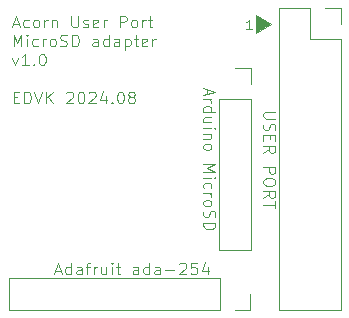
<source format=gto>
G04 #@! TF.GenerationSoftware,KiCad,Pcbnew,8.0.4*
G04 #@! TF.CreationDate,2024-08-09T15:13:23+02:00*
G04 #@! TF.ProjectId,acorn-userport-microsd-adapter,61636f72-6e2d-4757-9365-72706f72742d,rev?*
G04 #@! TF.SameCoordinates,Original*
G04 #@! TF.FileFunction,Legend,Top*
G04 #@! TF.FilePolarity,Positive*
%FSLAX46Y46*%
G04 Gerber Fmt 4.6, Leading zero omitted, Abs format (unit mm)*
G04 Created by KiCad (PCBNEW 8.0.4) date 2024-08-09 15:13:23*
%MOMM*%
%LPD*%
G01*
G04 APERTURE LIST*
%ADD10C,0.100000*%
%ADD11C,0.125000*%
%ADD12C,0.120000*%
%ADD13R,1.700000X1.700000*%
%ADD14O,1.700000X1.700000*%
G04 APERTURE END LIST*
D10*
X147820529Y-50829882D02*
X146550529Y-51591882D01*
X146550529Y-50067882D01*
X147820529Y-50829882D01*
G36*
X147820529Y-50829882D02*
G01*
X146550529Y-51591882D01*
X146550529Y-50067882D01*
X147820529Y-50829882D01*
G37*
X146209841Y-51234777D02*
X145752698Y-51234777D01*
X145981270Y-51234777D02*
X145981270Y-50434777D01*
X145981270Y-50434777D02*
X145905079Y-50549062D01*
X145905079Y-50549062D02*
X145828889Y-50625253D01*
X145828889Y-50625253D02*
X145752698Y-50663348D01*
D11*
X148194880Y-58230000D02*
X147385357Y-58230000D01*
X147385357Y-58230000D02*
X147290119Y-58277619D01*
X147290119Y-58277619D02*
X147242500Y-58325238D01*
X147242500Y-58325238D02*
X147194880Y-58420476D01*
X147194880Y-58420476D02*
X147194880Y-58610952D01*
X147194880Y-58610952D02*
X147242500Y-58706190D01*
X147242500Y-58706190D02*
X147290119Y-58753809D01*
X147290119Y-58753809D02*
X147385357Y-58801428D01*
X147385357Y-58801428D02*
X148194880Y-58801428D01*
X147242500Y-59230000D02*
X147194880Y-59372857D01*
X147194880Y-59372857D02*
X147194880Y-59610952D01*
X147194880Y-59610952D02*
X147242500Y-59706190D01*
X147242500Y-59706190D02*
X147290119Y-59753809D01*
X147290119Y-59753809D02*
X147385357Y-59801428D01*
X147385357Y-59801428D02*
X147480595Y-59801428D01*
X147480595Y-59801428D02*
X147575833Y-59753809D01*
X147575833Y-59753809D02*
X147623452Y-59706190D01*
X147623452Y-59706190D02*
X147671071Y-59610952D01*
X147671071Y-59610952D02*
X147718690Y-59420476D01*
X147718690Y-59420476D02*
X147766309Y-59325238D01*
X147766309Y-59325238D02*
X147813928Y-59277619D01*
X147813928Y-59277619D02*
X147909166Y-59230000D01*
X147909166Y-59230000D02*
X148004404Y-59230000D01*
X148004404Y-59230000D02*
X148099642Y-59277619D01*
X148099642Y-59277619D02*
X148147261Y-59325238D01*
X148147261Y-59325238D02*
X148194880Y-59420476D01*
X148194880Y-59420476D02*
X148194880Y-59658571D01*
X148194880Y-59658571D02*
X148147261Y-59801428D01*
X147718690Y-60230000D02*
X147718690Y-60563333D01*
X147194880Y-60706190D02*
X147194880Y-60230000D01*
X147194880Y-60230000D02*
X148194880Y-60230000D01*
X148194880Y-60230000D02*
X148194880Y-60706190D01*
X147194880Y-61706190D02*
X147671071Y-61372857D01*
X147194880Y-61134762D02*
X148194880Y-61134762D01*
X148194880Y-61134762D02*
X148194880Y-61515714D01*
X148194880Y-61515714D02*
X148147261Y-61610952D01*
X148147261Y-61610952D02*
X148099642Y-61658571D01*
X148099642Y-61658571D02*
X148004404Y-61706190D01*
X148004404Y-61706190D02*
X147861547Y-61706190D01*
X147861547Y-61706190D02*
X147766309Y-61658571D01*
X147766309Y-61658571D02*
X147718690Y-61610952D01*
X147718690Y-61610952D02*
X147671071Y-61515714D01*
X147671071Y-61515714D02*
X147671071Y-61134762D01*
X147194880Y-62896667D02*
X148194880Y-62896667D01*
X148194880Y-62896667D02*
X148194880Y-63277619D01*
X148194880Y-63277619D02*
X148147261Y-63372857D01*
X148147261Y-63372857D02*
X148099642Y-63420476D01*
X148099642Y-63420476D02*
X148004404Y-63468095D01*
X148004404Y-63468095D02*
X147861547Y-63468095D01*
X147861547Y-63468095D02*
X147766309Y-63420476D01*
X147766309Y-63420476D02*
X147718690Y-63372857D01*
X147718690Y-63372857D02*
X147671071Y-63277619D01*
X147671071Y-63277619D02*
X147671071Y-62896667D01*
X148194880Y-64087143D02*
X148194880Y-64277619D01*
X148194880Y-64277619D02*
X148147261Y-64372857D01*
X148147261Y-64372857D02*
X148052023Y-64468095D01*
X148052023Y-64468095D02*
X147861547Y-64515714D01*
X147861547Y-64515714D02*
X147528214Y-64515714D01*
X147528214Y-64515714D02*
X147337738Y-64468095D01*
X147337738Y-64468095D02*
X147242500Y-64372857D01*
X147242500Y-64372857D02*
X147194880Y-64277619D01*
X147194880Y-64277619D02*
X147194880Y-64087143D01*
X147194880Y-64087143D02*
X147242500Y-63991905D01*
X147242500Y-63991905D02*
X147337738Y-63896667D01*
X147337738Y-63896667D02*
X147528214Y-63849048D01*
X147528214Y-63849048D02*
X147861547Y-63849048D01*
X147861547Y-63849048D02*
X148052023Y-63896667D01*
X148052023Y-63896667D02*
X148147261Y-63991905D01*
X148147261Y-63991905D02*
X148194880Y-64087143D01*
X147194880Y-65515714D02*
X147671071Y-65182381D01*
X147194880Y-64944286D02*
X148194880Y-64944286D01*
X148194880Y-64944286D02*
X148194880Y-65325238D01*
X148194880Y-65325238D02*
X148147261Y-65420476D01*
X148147261Y-65420476D02*
X148099642Y-65468095D01*
X148099642Y-65468095D02*
X148004404Y-65515714D01*
X148004404Y-65515714D02*
X147861547Y-65515714D01*
X147861547Y-65515714D02*
X147766309Y-65468095D01*
X147766309Y-65468095D02*
X147718690Y-65420476D01*
X147718690Y-65420476D02*
X147671071Y-65325238D01*
X147671071Y-65325238D02*
X147671071Y-64944286D01*
X148194880Y-65801429D02*
X148194880Y-66372857D01*
X147194880Y-66087143D02*
X148194880Y-66087143D01*
X129558712Y-71721404D02*
X130034902Y-71721404D01*
X129463474Y-72007119D02*
X129796807Y-71007119D01*
X129796807Y-71007119D02*
X130130140Y-72007119D01*
X130892045Y-72007119D02*
X130892045Y-71007119D01*
X130892045Y-71959500D02*
X130796807Y-72007119D01*
X130796807Y-72007119D02*
X130606331Y-72007119D01*
X130606331Y-72007119D02*
X130511093Y-71959500D01*
X130511093Y-71959500D02*
X130463474Y-71911880D01*
X130463474Y-71911880D02*
X130415855Y-71816642D01*
X130415855Y-71816642D02*
X130415855Y-71530928D01*
X130415855Y-71530928D02*
X130463474Y-71435690D01*
X130463474Y-71435690D02*
X130511093Y-71388071D01*
X130511093Y-71388071D02*
X130606331Y-71340452D01*
X130606331Y-71340452D02*
X130796807Y-71340452D01*
X130796807Y-71340452D02*
X130892045Y-71388071D01*
X131796807Y-72007119D02*
X131796807Y-71483309D01*
X131796807Y-71483309D02*
X131749188Y-71388071D01*
X131749188Y-71388071D02*
X131653950Y-71340452D01*
X131653950Y-71340452D02*
X131463474Y-71340452D01*
X131463474Y-71340452D02*
X131368236Y-71388071D01*
X131796807Y-71959500D02*
X131701569Y-72007119D01*
X131701569Y-72007119D02*
X131463474Y-72007119D01*
X131463474Y-72007119D02*
X131368236Y-71959500D01*
X131368236Y-71959500D02*
X131320617Y-71864261D01*
X131320617Y-71864261D02*
X131320617Y-71769023D01*
X131320617Y-71769023D02*
X131368236Y-71673785D01*
X131368236Y-71673785D02*
X131463474Y-71626166D01*
X131463474Y-71626166D02*
X131701569Y-71626166D01*
X131701569Y-71626166D02*
X131796807Y-71578547D01*
X132130141Y-71340452D02*
X132511093Y-71340452D01*
X132272998Y-72007119D02*
X132272998Y-71149976D01*
X132272998Y-71149976D02*
X132320617Y-71054738D01*
X132320617Y-71054738D02*
X132415855Y-71007119D01*
X132415855Y-71007119D02*
X132511093Y-71007119D01*
X132844427Y-72007119D02*
X132844427Y-71340452D01*
X132844427Y-71530928D02*
X132892046Y-71435690D01*
X132892046Y-71435690D02*
X132939665Y-71388071D01*
X132939665Y-71388071D02*
X133034903Y-71340452D01*
X133034903Y-71340452D02*
X133130141Y-71340452D01*
X133892046Y-71340452D02*
X133892046Y-72007119D01*
X133463475Y-71340452D02*
X133463475Y-71864261D01*
X133463475Y-71864261D02*
X133511094Y-71959500D01*
X133511094Y-71959500D02*
X133606332Y-72007119D01*
X133606332Y-72007119D02*
X133749189Y-72007119D01*
X133749189Y-72007119D02*
X133844427Y-71959500D01*
X133844427Y-71959500D02*
X133892046Y-71911880D01*
X134368237Y-72007119D02*
X134368237Y-71340452D01*
X134368237Y-71007119D02*
X134320618Y-71054738D01*
X134320618Y-71054738D02*
X134368237Y-71102357D01*
X134368237Y-71102357D02*
X134415856Y-71054738D01*
X134415856Y-71054738D02*
X134368237Y-71007119D01*
X134368237Y-71007119D02*
X134368237Y-71102357D01*
X134701570Y-71340452D02*
X135082522Y-71340452D01*
X134844427Y-71007119D02*
X134844427Y-71864261D01*
X134844427Y-71864261D02*
X134892046Y-71959500D01*
X134892046Y-71959500D02*
X134987284Y-72007119D01*
X134987284Y-72007119D02*
X135082522Y-72007119D01*
X136606332Y-72007119D02*
X136606332Y-71483309D01*
X136606332Y-71483309D02*
X136558713Y-71388071D01*
X136558713Y-71388071D02*
X136463475Y-71340452D01*
X136463475Y-71340452D02*
X136272999Y-71340452D01*
X136272999Y-71340452D02*
X136177761Y-71388071D01*
X136606332Y-71959500D02*
X136511094Y-72007119D01*
X136511094Y-72007119D02*
X136272999Y-72007119D01*
X136272999Y-72007119D02*
X136177761Y-71959500D01*
X136177761Y-71959500D02*
X136130142Y-71864261D01*
X136130142Y-71864261D02*
X136130142Y-71769023D01*
X136130142Y-71769023D02*
X136177761Y-71673785D01*
X136177761Y-71673785D02*
X136272999Y-71626166D01*
X136272999Y-71626166D02*
X136511094Y-71626166D01*
X136511094Y-71626166D02*
X136606332Y-71578547D01*
X137511094Y-72007119D02*
X137511094Y-71007119D01*
X137511094Y-71959500D02*
X137415856Y-72007119D01*
X137415856Y-72007119D02*
X137225380Y-72007119D01*
X137225380Y-72007119D02*
X137130142Y-71959500D01*
X137130142Y-71959500D02*
X137082523Y-71911880D01*
X137082523Y-71911880D02*
X137034904Y-71816642D01*
X137034904Y-71816642D02*
X137034904Y-71530928D01*
X137034904Y-71530928D02*
X137082523Y-71435690D01*
X137082523Y-71435690D02*
X137130142Y-71388071D01*
X137130142Y-71388071D02*
X137225380Y-71340452D01*
X137225380Y-71340452D02*
X137415856Y-71340452D01*
X137415856Y-71340452D02*
X137511094Y-71388071D01*
X138415856Y-72007119D02*
X138415856Y-71483309D01*
X138415856Y-71483309D02*
X138368237Y-71388071D01*
X138368237Y-71388071D02*
X138272999Y-71340452D01*
X138272999Y-71340452D02*
X138082523Y-71340452D01*
X138082523Y-71340452D02*
X137987285Y-71388071D01*
X138415856Y-71959500D02*
X138320618Y-72007119D01*
X138320618Y-72007119D02*
X138082523Y-72007119D01*
X138082523Y-72007119D02*
X137987285Y-71959500D01*
X137987285Y-71959500D02*
X137939666Y-71864261D01*
X137939666Y-71864261D02*
X137939666Y-71769023D01*
X137939666Y-71769023D02*
X137987285Y-71673785D01*
X137987285Y-71673785D02*
X138082523Y-71626166D01*
X138082523Y-71626166D02*
X138320618Y-71626166D01*
X138320618Y-71626166D02*
X138415856Y-71578547D01*
X138892047Y-71626166D02*
X139653952Y-71626166D01*
X140082523Y-71102357D02*
X140130142Y-71054738D01*
X140130142Y-71054738D02*
X140225380Y-71007119D01*
X140225380Y-71007119D02*
X140463475Y-71007119D01*
X140463475Y-71007119D02*
X140558713Y-71054738D01*
X140558713Y-71054738D02*
X140606332Y-71102357D01*
X140606332Y-71102357D02*
X140653951Y-71197595D01*
X140653951Y-71197595D02*
X140653951Y-71292833D01*
X140653951Y-71292833D02*
X140606332Y-71435690D01*
X140606332Y-71435690D02*
X140034904Y-72007119D01*
X140034904Y-72007119D02*
X140653951Y-72007119D01*
X141558713Y-71007119D02*
X141082523Y-71007119D01*
X141082523Y-71007119D02*
X141034904Y-71483309D01*
X141034904Y-71483309D02*
X141082523Y-71435690D01*
X141082523Y-71435690D02*
X141177761Y-71388071D01*
X141177761Y-71388071D02*
X141415856Y-71388071D01*
X141415856Y-71388071D02*
X141511094Y-71435690D01*
X141511094Y-71435690D02*
X141558713Y-71483309D01*
X141558713Y-71483309D02*
X141606332Y-71578547D01*
X141606332Y-71578547D02*
X141606332Y-71816642D01*
X141606332Y-71816642D02*
X141558713Y-71911880D01*
X141558713Y-71911880D02*
X141511094Y-71959500D01*
X141511094Y-71959500D02*
X141415856Y-72007119D01*
X141415856Y-72007119D02*
X141177761Y-72007119D01*
X141177761Y-72007119D02*
X141082523Y-71959500D01*
X141082523Y-71959500D02*
X141034904Y-71911880D01*
X142463475Y-71340452D02*
X142463475Y-72007119D01*
X142225380Y-70959500D02*
X141987285Y-71673785D01*
X141987285Y-71673785D02*
X142606332Y-71673785D01*
D10*
X125986265Y-50804928D02*
X126462455Y-50804928D01*
X125891027Y-51090643D02*
X126224360Y-50090643D01*
X126224360Y-50090643D02*
X126557693Y-51090643D01*
X127319598Y-51043024D02*
X127224360Y-51090643D01*
X127224360Y-51090643D02*
X127033884Y-51090643D01*
X127033884Y-51090643D02*
X126938646Y-51043024D01*
X126938646Y-51043024D02*
X126891027Y-50995404D01*
X126891027Y-50995404D02*
X126843408Y-50900166D01*
X126843408Y-50900166D02*
X126843408Y-50614452D01*
X126843408Y-50614452D02*
X126891027Y-50519214D01*
X126891027Y-50519214D02*
X126938646Y-50471595D01*
X126938646Y-50471595D02*
X127033884Y-50423976D01*
X127033884Y-50423976D02*
X127224360Y-50423976D01*
X127224360Y-50423976D02*
X127319598Y-50471595D01*
X127891027Y-51090643D02*
X127795789Y-51043024D01*
X127795789Y-51043024D02*
X127748170Y-50995404D01*
X127748170Y-50995404D02*
X127700551Y-50900166D01*
X127700551Y-50900166D02*
X127700551Y-50614452D01*
X127700551Y-50614452D02*
X127748170Y-50519214D01*
X127748170Y-50519214D02*
X127795789Y-50471595D01*
X127795789Y-50471595D02*
X127891027Y-50423976D01*
X127891027Y-50423976D02*
X128033884Y-50423976D01*
X128033884Y-50423976D02*
X128129122Y-50471595D01*
X128129122Y-50471595D02*
X128176741Y-50519214D01*
X128176741Y-50519214D02*
X128224360Y-50614452D01*
X128224360Y-50614452D02*
X128224360Y-50900166D01*
X128224360Y-50900166D02*
X128176741Y-50995404D01*
X128176741Y-50995404D02*
X128129122Y-51043024D01*
X128129122Y-51043024D02*
X128033884Y-51090643D01*
X128033884Y-51090643D02*
X127891027Y-51090643D01*
X128652932Y-51090643D02*
X128652932Y-50423976D01*
X128652932Y-50614452D02*
X128700551Y-50519214D01*
X128700551Y-50519214D02*
X128748170Y-50471595D01*
X128748170Y-50471595D02*
X128843408Y-50423976D01*
X128843408Y-50423976D02*
X128938646Y-50423976D01*
X129271980Y-50423976D02*
X129271980Y-51090643D01*
X129271980Y-50519214D02*
X129319599Y-50471595D01*
X129319599Y-50471595D02*
X129414837Y-50423976D01*
X129414837Y-50423976D02*
X129557694Y-50423976D01*
X129557694Y-50423976D02*
X129652932Y-50471595D01*
X129652932Y-50471595D02*
X129700551Y-50566833D01*
X129700551Y-50566833D02*
X129700551Y-51090643D01*
X130938647Y-50090643D02*
X130938647Y-50900166D01*
X130938647Y-50900166D02*
X130986266Y-50995404D01*
X130986266Y-50995404D02*
X131033885Y-51043024D01*
X131033885Y-51043024D02*
X131129123Y-51090643D01*
X131129123Y-51090643D02*
X131319599Y-51090643D01*
X131319599Y-51090643D02*
X131414837Y-51043024D01*
X131414837Y-51043024D02*
X131462456Y-50995404D01*
X131462456Y-50995404D02*
X131510075Y-50900166D01*
X131510075Y-50900166D02*
X131510075Y-50090643D01*
X131938647Y-51043024D02*
X132033885Y-51090643D01*
X132033885Y-51090643D02*
X132224361Y-51090643D01*
X132224361Y-51090643D02*
X132319599Y-51043024D01*
X132319599Y-51043024D02*
X132367218Y-50947785D01*
X132367218Y-50947785D02*
X132367218Y-50900166D01*
X132367218Y-50900166D02*
X132319599Y-50804928D01*
X132319599Y-50804928D02*
X132224361Y-50757309D01*
X132224361Y-50757309D02*
X132081504Y-50757309D01*
X132081504Y-50757309D02*
X131986266Y-50709690D01*
X131986266Y-50709690D02*
X131938647Y-50614452D01*
X131938647Y-50614452D02*
X131938647Y-50566833D01*
X131938647Y-50566833D02*
X131986266Y-50471595D01*
X131986266Y-50471595D02*
X132081504Y-50423976D01*
X132081504Y-50423976D02*
X132224361Y-50423976D01*
X132224361Y-50423976D02*
X132319599Y-50471595D01*
X133176742Y-51043024D02*
X133081504Y-51090643D01*
X133081504Y-51090643D02*
X132891028Y-51090643D01*
X132891028Y-51090643D02*
X132795790Y-51043024D01*
X132795790Y-51043024D02*
X132748171Y-50947785D01*
X132748171Y-50947785D02*
X132748171Y-50566833D01*
X132748171Y-50566833D02*
X132795790Y-50471595D01*
X132795790Y-50471595D02*
X132891028Y-50423976D01*
X132891028Y-50423976D02*
X133081504Y-50423976D01*
X133081504Y-50423976D02*
X133176742Y-50471595D01*
X133176742Y-50471595D02*
X133224361Y-50566833D01*
X133224361Y-50566833D02*
X133224361Y-50662071D01*
X133224361Y-50662071D02*
X132748171Y-50757309D01*
X133652933Y-51090643D02*
X133652933Y-50423976D01*
X133652933Y-50614452D02*
X133700552Y-50519214D01*
X133700552Y-50519214D02*
X133748171Y-50471595D01*
X133748171Y-50471595D02*
X133843409Y-50423976D01*
X133843409Y-50423976D02*
X133938647Y-50423976D01*
X135033886Y-51090643D02*
X135033886Y-50090643D01*
X135033886Y-50090643D02*
X135414838Y-50090643D01*
X135414838Y-50090643D02*
X135510076Y-50138262D01*
X135510076Y-50138262D02*
X135557695Y-50185881D01*
X135557695Y-50185881D02*
X135605314Y-50281119D01*
X135605314Y-50281119D02*
X135605314Y-50423976D01*
X135605314Y-50423976D02*
X135557695Y-50519214D01*
X135557695Y-50519214D02*
X135510076Y-50566833D01*
X135510076Y-50566833D02*
X135414838Y-50614452D01*
X135414838Y-50614452D02*
X135033886Y-50614452D01*
X136176743Y-51090643D02*
X136081505Y-51043024D01*
X136081505Y-51043024D02*
X136033886Y-50995404D01*
X136033886Y-50995404D02*
X135986267Y-50900166D01*
X135986267Y-50900166D02*
X135986267Y-50614452D01*
X135986267Y-50614452D02*
X136033886Y-50519214D01*
X136033886Y-50519214D02*
X136081505Y-50471595D01*
X136081505Y-50471595D02*
X136176743Y-50423976D01*
X136176743Y-50423976D02*
X136319600Y-50423976D01*
X136319600Y-50423976D02*
X136414838Y-50471595D01*
X136414838Y-50471595D02*
X136462457Y-50519214D01*
X136462457Y-50519214D02*
X136510076Y-50614452D01*
X136510076Y-50614452D02*
X136510076Y-50900166D01*
X136510076Y-50900166D02*
X136462457Y-50995404D01*
X136462457Y-50995404D02*
X136414838Y-51043024D01*
X136414838Y-51043024D02*
X136319600Y-51090643D01*
X136319600Y-51090643D02*
X136176743Y-51090643D01*
X136938648Y-51090643D02*
X136938648Y-50423976D01*
X136938648Y-50614452D02*
X136986267Y-50519214D01*
X136986267Y-50519214D02*
X137033886Y-50471595D01*
X137033886Y-50471595D02*
X137129124Y-50423976D01*
X137129124Y-50423976D02*
X137224362Y-50423976D01*
X137414839Y-50423976D02*
X137795791Y-50423976D01*
X137557696Y-50090643D02*
X137557696Y-50947785D01*
X137557696Y-50947785D02*
X137605315Y-51043024D01*
X137605315Y-51043024D02*
X137700553Y-51090643D01*
X137700553Y-51090643D02*
X137795791Y-51090643D01*
X126033884Y-52700587D02*
X126033884Y-51700587D01*
X126033884Y-51700587D02*
X126367217Y-52414872D01*
X126367217Y-52414872D02*
X126700550Y-51700587D01*
X126700550Y-51700587D02*
X126700550Y-52700587D01*
X127176741Y-52700587D02*
X127176741Y-52033920D01*
X127176741Y-51700587D02*
X127129122Y-51748206D01*
X127129122Y-51748206D02*
X127176741Y-51795825D01*
X127176741Y-51795825D02*
X127224360Y-51748206D01*
X127224360Y-51748206D02*
X127176741Y-51700587D01*
X127176741Y-51700587D02*
X127176741Y-51795825D01*
X128081502Y-52652968D02*
X127986264Y-52700587D01*
X127986264Y-52700587D02*
X127795788Y-52700587D01*
X127795788Y-52700587D02*
X127700550Y-52652968D01*
X127700550Y-52652968D02*
X127652931Y-52605348D01*
X127652931Y-52605348D02*
X127605312Y-52510110D01*
X127605312Y-52510110D02*
X127605312Y-52224396D01*
X127605312Y-52224396D02*
X127652931Y-52129158D01*
X127652931Y-52129158D02*
X127700550Y-52081539D01*
X127700550Y-52081539D02*
X127795788Y-52033920D01*
X127795788Y-52033920D02*
X127986264Y-52033920D01*
X127986264Y-52033920D02*
X128081502Y-52081539D01*
X128510074Y-52700587D02*
X128510074Y-52033920D01*
X128510074Y-52224396D02*
X128557693Y-52129158D01*
X128557693Y-52129158D02*
X128605312Y-52081539D01*
X128605312Y-52081539D02*
X128700550Y-52033920D01*
X128700550Y-52033920D02*
X128795788Y-52033920D01*
X129271979Y-52700587D02*
X129176741Y-52652968D01*
X129176741Y-52652968D02*
X129129122Y-52605348D01*
X129129122Y-52605348D02*
X129081503Y-52510110D01*
X129081503Y-52510110D02*
X129081503Y-52224396D01*
X129081503Y-52224396D02*
X129129122Y-52129158D01*
X129129122Y-52129158D02*
X129176741Y-52081539D01*
X129176741Y-52081539D02*
X129271979Y-52033920D01*
X129271979Y-52033920D02*
X129414836Y-52033920D01*
X129414836Y-52033920D02*
X129510074Y-52081539D01*
X129510074Y-52081539D02*
X129557693Y-52129158D01*
X129557693Y-52129158D02*
X129605312Y-52224396D01*
X129605312Y-52224396D02*
X129605312Y-52510110D01*
X129605312Y-52510110D02*
X129557693Y-52605348D01*
X129557693Y-52605348D02*
X129510074Y-52652968D01*
X129510074Y-52652968D02*
X129414836Y-52700587D01*
X129414836Y-52700587D02*
X129271979Y-52700587D01*
X129986265Y-52652968D02*
X130129122Y-52700587D01*
X130129122Y-52700587D02*
X130367217Y-52700587D01*
X130367217Y-52700587D02*
X130462455Y-52652968D01*
X130462455Y-52652968D02*
X130510074Y-52605348D01*
X130510074Y-52605348D02*
X130557693Y-52510110D01*
X130557693Y-52510110D02*
X130557693Y-52414872D01*
X130557693Y-52414872D02*
X130510074Y-52319634D01*
X130510074Y-52319634D02*
X130462455Y-52272015D01*
X130462455Y-52272015D02*
X130367217Y-52224396D01*
X130367217Y-52224396D02*
X130176741Y-52176777D01*
X130176741Y-52176777D02*
X130081503Y-52129158D01*
X130081503Y-52129158D02*
X130033884Y-52081539D01*
X130033884Y-52081539D02*
X129986265Y-51986301D01*
X129986265Y-51986301D02*
X129986265Y-51891063D01*
X129986265Y-51891063D02*
X130033884Y-51795825D01*
X130033884Y-51795825D02*
X130081503Y-51748206D01*
X130081503Y-51748206D02*
X130176741Y-51700587D01*
X130176741Y-51700587D02*
X130414836Y-51700587D01*
X130414836Y-51700587D02*
X130557693Y-51748206D01*
X130986265Y-52700587D02*
X130986265Y-51700587D01*
X130986265Y-51700587D02*
X131224360Y-51700587D01*
X131224360Y-51700587D02*
X131367217Y-51748206D01*
X131367217Y-51748206D02*
X131462455Y-51843444D01*
X131462455Y-51843444D02*
X131510074Y-51938682D01*
X131510074Y-51938682D02*
X131557693Y-52129158D01*
X131557693Y-52129158D02*
X131557693Y-52272015D01*
X131557693Y-52272015D02*
X131510074Y-52462491D01*
X131510074Y-52462491D02*
X131462455Y-52557729D01*
X131462455Y-52557729D02*
X131367217Y-52652968D01*
X131367217Y-52652968D02*
X131224360Y-52700587D01*
X131224360Y-52700587D02*
X130986265Y-52700587D01*
X133176741Y-52700587D02*
X133176741Y-52176777D01*
X133176741Y-52176777D02*
X133129122Y-52081539D01*
X133129122Y-52081539D02*
X133033884Y-52033920D01*
X133033884Y-52033920D02*
X132843408Y-52033920D01*
X132843408Y-52033920D02*
X132748170Y-52081539D01*
X133176741Y-52652968D02*
X133081503Y-52700587D01*
X133081503Y-52700587D02*
X132843408Y-52700587D01*
X132843408Y-52700587D02*
X132748170Y-52652968D01*
X132748170Y-52652968D02*
X132700551Y-52557729D01*
X132700551Y-52557729D02*
X132700551Y-52462491D01*
X132700551Y-52462491D02*
X132748170Y-52367253D01*
X132748170Y-52367253D02*
X132843408Y-52319634D01*
X132843408Y-52319634D02*
X133081503Y-52319634D01*
X133081503Y-52319634D02*
X133176741Y-52272015D01*
X134081503Y-52700587D02*
X134081503Y-51700587D01*
X134081503Y-52652968D02*
X133986265Y-52700587D01*
X133986265Y-52700587D02*
X133795789Y-52700587D01*
X133795789Y-52700587D02*
X133700551Y-52652968D01*
X133700551Y-52652968D02*
X133652932Y-52605348D01*
X133652932Y-52605348D02*
X133605313Y-52510110D01*
X133605313Y-52510110D02*
X133605313Y-52224396D01*
X133605313Y-52224396D02*
X133652932Y-52129158D01*
X133652932Y-52129158D02*
X133700551Y-52081539D01*
X133700551Y-52081539D02*
X133795789Y-52033920D01*
X133795789Y-52033920D02*
X133986265Y-52033920D01*
X133986265Y-52033920D02*
X134081503Y-52081539D01*
X134986265Y-52700587D02*
X134986265Y-52176777D01*
X134986265Y-52176777D02*
X134938646Y-52081539D01*
X134938646Y-52081539D02*
X134843408Y-52033920D01*
X134843408Y-52033920D02*
X134652932Y-52033920D01*
X134652932Y-52033920D02*
X134557694Y-52081539D01*
X134986265Y-52652968D02*
X134891027Y-52700587D01*
X134891027Y-52700587D02*
X134652932Y-52700587D01*
X134652932Y-52700587D02*
X134557694Y-52652968D01*
X134557694Y-52652968D02*
X134510075Y-52557729D01*
X134510075Y-52557729D02*
X134510075Y-52462491D01*
X134510075Y-52462491D02*
X134557694Y-52367253D01*
X134557694Y-52367253D02*
X134652932Y-52319634D01*
X134652932Y-52319634D02*
X134891027Y-52319634D01*
X134891027Y-52319634D02*
X134986265Y-52272015D01*
X135462456Y-52033920D02*
X135462456Y-53033920D01*
X135462456Y-52081539D02*
X135557694Y-52033920D01*
X135557694Y-52033920D02*
X135748170Y-52033920D01*
X135748170Y-52033920D02*
X135843408Y-52081539D01*
X135843408Y-52081539D02*
X135891027Y-52129158D01*
X135891027Y-52129158D02*
X135938646Y-52224396D01*
X135938646Y-52224396D02*
X135938646Y-52510110D01*
X135938646Y-52510110D02*
X135891027Y-52605348D01*
X135891027Y-52605348D02*
X135843408Y-52652968D01*
X135843408Y-52652968D02*
X135748170Y-52700587D01*
X135748170Y-52700587D02*
X135557694Y-52700587D01*
X135557694Y-52700587D02*
X135462456Y-52652968D01*
X136224361Y-52033920D02*
X136605313Y-52033920D01*
X136367218Y-51700587D02*
X136367218Y-52557729D01*
X136367218Y-52557729D02*
X136414837Y-52652968D01*
X136414837Y-52652968D02*
X136510075Y-52700587D01*
X136510075Y-52700587D02*
X136605313Y-52700587D01*
X137319599Y-52652968D02*
X137224361Y-52700587D01*
X137224361Y-52700587D02*
X137033885Y-52700587D01*
X137033885Y-52700587D02*
X136938647Y-52652968D01*
X136938647Y-52652968D02*
X136891028Y-52557729D01*
X136891028Y-52557729D02*
X136891028Y-52176777D01*
X136891028Y-52176777D02*
X136938647Y-52081539D01*
X136938647Y-52081539D02*
X137033885Y-52033920D01*
X137033885Y-52033920D02*
X137224361Y-52033920D01*
X137224361Y-52033920D02*
X137319599Y-52081539D01*
X137319599Y-52081539D02*
X137367218Y-52176777D01*
X137367218Y-52176777D02*
X137367218Y-52272015D01*
X137367218Y-52272015D02*
X136891028Y-52367253D01*
X137795790Y-52700587D02*
X137795790Y-52033920D01*
X137795790Y-52224396D02*
X137843409Y-52129158D01*
X137843409Y-52129158D02*
X137891028Y-52081539D01*
X137891028Y-52081539D02*
X137986266Y-52033920D01*
X137986266Y-52033920D02*
X138081504Y-52033920D01*
X125938646Y-53643864D02*
X126176741Y-54310531D01*
X126176741Y-54310531D02*
X126414836Y-53643864D01*
X127319598Y-54310531D02*
X126748170Y-54310531D01*
X127033884Y-54310531D02*
X127033884Y-53310531D01*
X127033884Y-53310531D02*
X126938646Y-53453388D01*
X126938646Y-53453388D02*
X126843408Y-53548626D01*
X126843408Y-53548626D02*
X126748170Y-53596245D01*
X127748170Y-54215292D02*
X127795789Y-54262912D01*
X127795789Y-54262912D02*
X127748170Y-54310531D01*
X127748170Y-54310531D02*
X127700551Y-54262912D01*
X127700551Y-54262912D02*
X127748170Y-54215292D01*
X127748170Y-54215292D02*
X127748170Y-54310531D01*
X128414836Y-53310531D02*
X128510074Y-53310531D01*
X128510074Y-53310531D02*
X128605312Y-53358150D01*
X128605312Y-53358150D02*
X128652931Y-53405769D01*
X128652931Y-53405769D02*
X128700550Y-53501007D01*
X128700550Y-53501007D02*
X128748169Y-53691483D01*
X128748169Y-53691483D02*
X128748169Y-53929578D01*
X128748169Y-53929578D02*
X128700550Y-54120054D01*
X128700550Y-54120054D02*
X128652931Y-54215292D01*
X128652931Y-54215292D02*
X128605312Y-54262912D01*
X128605312Y-54262912D02*
X128510074Y-54310531D01*
X128510074Y-54310531D02*
X128414836Y-54310531D01*
X128414836Y-54310531D02*
X128319598Y-54262912D01*
X128319598Y-54262912D02*
X128271979Y-54215292D01*
X128271979Y-54215292D02*
X128224360Y-54120054D01*
X128224360Y-54120054D02*
X128176741Y-53929578D01*
X128176741Y-53929578D02*
X128176741Y-53691483D01*
X128176741Y-53691483D02*
X128224360Y-53501007D01*
X128224360Y-53501007D02*
X128271979Y-53405769D01*
X128271979Y-53405769D02*
X128319598Y-53358150D01*
X128319598Y-53358150D02*
X128414836Y-53310531D01*
X126033884Y-57006609D02*
X126367217Y-57006609D01*
X126510074Y-57530419D02*
X126033884Y-57530419D01*
X126033884Y-57530419D02*
X126033884Y-56530419D01*
X126033884Y-56530419D02*
X126510074Y-56530419D01*
X126938646Y-57530419D02*
X126938646Y-56530419D01*
X126938646Y-56530419D02*
X127176741Y-56530419D01*
X127176741Y-56530419D02*
X127319598Y-56578038D01*
X127319598Y-56578038D02*
X127414836Y-56673276D01*
X127414836Y-56673276D02*
X127462455Y-56768514D01*
X127462455Y-56768514D02*
X127510074Y-56958990D01*
X127510074Y-56958990D02*
X127510074Y-57101847D01*
X127510074Y-57101847D02*
X127462455Y-57292323D01*
X127462455Y-57292323D02*
X127414836Y-57387561D01*
X127414836Y-57387561D02*
X127319598Y-57482800D01*
X127319598Y-57482800D02*
X127176741Y-57530419D01*
X127176741Y-57530419D02*
X126938646Y-57530419D01*
X127795789Y-56530419D02*
X128129122Y-57530419D01*
X128129122Y-57530419D02*
X128462455Y-56530419D01*
X128795789Y-57530419D02*
X128795789Y-56530419D01*
X129367217Y-57530419D02*
X128938646Y-56958990D01*
X129367217Y-56530419D02*
X128795789Y-57101847D01*
X130510075Y-56625657D02*
X130557694Y-56578038D01*
X130557694Y-56578038D02*
X130652932Y-56530419D01*
X130652932Y-56530419D02*
X130891027Y-56530419D01*
X130891027Y-56530419D02*
X130986265Y-56578038D01*
X130986265Y-56578038D02*
X131033884Y-56625657D01*
X131033884Y-56625657D02*
X131081503Y-56720895D01*
X131081503Y-56720895D02*
X131081503Y-56816133D01*
X131081503Y-56816133D02*
X131033884Y-56958990D01*
X131033884Y-56958990D02*
X130462456Y-57530419D01*
X130462456Y-57530419D02*
X131081503Y-57530419D01*
X131700551Y-56530419D02*
X131795789Y-56530419D01*
X131795789Y-56530419D02*
X131891027Y-56578038D01*
X131891027Y-56578038D02*
X131938646Y-56625657D01*
X131938646Y-56625657D02*
X131986265Y-56720895D01*
X131986265Y-56720895D02*
X132033884Y-56911371D01*
X132033884Y-56911371D02*
X132033884Y-57149466D01*
X132033884Y-57149466D02*
X131986265Y-57339942D01*
X131986265Y-57339942D02*
X131938646Y-57435180D01*
X131938646Y-57435180D02*
X131891027Y-57482800D01*
X131891027Y-57482800D02*
X131795789Y-57530419D01*
X131795789Y-57530419D02*
X131700551Y-57530419D01*
X131700551Y-57530419D02*
X131605313Y-57482800D01*
X131605313Y-57482800D02*
X131557694Y-57435180D01*
X131557694Y-57435180D02*
X131510075Y-57339942D01*
X131510075Y-57339942D02*
X131462456Y-57149466D01*
X131462456Y-57149466D02*
X131462456Y-56911371D01*
X131462456Y-56911371D02*
X131510075Y-56720895D01*
X131510075Y-56720895D02*
X131557694Y-56625657D01*
X131557694Y-56625657D02*
X131605313Y-56578038D01*
X131605313Y-56578038D02*
X131700551Y-56530419D01*
X132414837Y-56625657D02*
X132462456Y-56578038D01*
X132462456Y-56578038D02*
X132557694Y-56530419D01*
X132557694Y-56530419D02*
X132795789Y-56530419D01*
X132795789Y-56530419D02*
X132891027Y-56578038D01*
X132891027Y-56578038D02*
X132938646Y-56625657D01*
X132938646Y-56625657D02*
X132986265Y-56720895D01*
X132986265Y-56720895D02*
X132986265Y-56816133D01*
X132986265Y-56816133D02*
X132938646Y-56958990D01*
X132938646Y-56958990D02*
X132367218Y-57530419D01*
X132367218Y-57530419D02*
X132986265Y-57530419D01*
X133843408Y-56863752D02*
X133843408Y-57530419D01*
X133605313Y-56482800D02*
X133367218Y-57197085D01*
X133367218Y-57197085D02*
X133986265Y-57197085D01*
X134367218Y-57435180D02*
X134414837Y-57482800D01*
X134414837Y-57482800D02*
X134367218Y-57530419D01*
X134367218Y-57530419D02*
X134319599Y-57482800D01*
X134319599Y-57482800D02*
X134367218Y-57435180D01*
X134367218Y-57435180D02*
X134367218Y-57530419D01*
X135033884Y-56530419D02*
X135129122Y-56530419D01*
X135129122Y-56530419D02*
X135224360Y-56578038D01*
X135224360Y-56578038D02*
X135271979Y-56625657D01*
X135271979Y-56625657D02*
X135319598Y-56720895D01*
X135319598Y-56720895D02*
X135367217Y-56911371D01*
X135367217Y-56911371D02*
X135367217Y-57149466D01*
X135367217Y-57149466D02*
X135319598Y-57339942D01*
X135319598Y-57339942D02*
X135271979Y-57435180D01*
X135271979Y-57435180D02*
X135224360Y-57482800D01*
X135224360Y-57482800D02*
X135129122Y-57530419D01*
X135129122Y-57530419D02*
X135033884Y-57530419D01*
X135033884Y-57530419D02*
X134938646Y-57482800D01*
X134938646Y-57482800D02*
X134891027Y-57435180D01*
X134891027Y-57435180D02*
X134843408Y-57339942D01*
X134843408Y-57339942D02*
X134795789Y-57149466D01*
X134795789Y-57149466D02*
X134795789Y-56911371D01*
X134795789Y-56911371D02*
X134843408Y-56720895D01*
X134843408Y-56720895D02*
X134891027Y-56625657D01*
X134891027Y-56625657D02*
X134938646Y-56578038D01*
X134938646Y-56578038D02*
X135033884Y-56530419D01*
X135938646Y-56958990D02*
X135843408Y-56911371D01*
X135843408Y-56911371D02*
X135795789Y-56863752D01*
X135795789Y-56863752D02*
X135748170Y-56768514D01*
X135748170Y-56768514D02*
X135748170Y-56720895D01*
X135748170Y-56720895D02*
X135795789Y-56625657D01*
X135795789Y-56625657D02*
X135843408Y-56578038D01*
X135843408Y-56578038D02*
X135938646Y-56530419D01*
X135938646Y-56530419D02*
X136129122Y-56530419D01*
X136129122Y-56530419D02*
X136224360Y-56578038D01*
X136224360Y-56578038D02*
X136271979Y-56625657D01*
X136271979Y-56625657D02*
X136319598Y-56720895D01*
X136319598Y-56720895D02*
X136319598Y-56768514D01*
X136319598Y-56768514D02*
X136271979Y-56863752D01*
X136271979Y-56863752D02*
X136224360Y-56911371D01*
X136224360Y-56911371D02*
X136129122Y-56958990D01*
X136129122Y-56958990D02*
X135938646Y-56958990D01*
X135938646Y-56958990D02*
X135843408Y-57006609D01*
X135843408Y-57006609D02*
X135795789Y-57054228D01*
X135795789Y-57054228D02*
X135748170Y-57149466D01*
X135748170Y-57149466D02*
X135748170Y-57339942D01*
X135748170Y-57339942D02*
X135795789Y-57435180D01*
X135795789Y-57435180D02*
X135843408Y-57482800D01*
X135843408Y-57482800D02*
X135938646Y-57530419D01*
X135938646Y-57530419D02*
X136129122Y-57530419D01*
X136129122Y-57530419D02*
X136224360Y-57482800D01*
X136224360Y-57482800D02*
X136271979Y-57435180D01*
X136271979Y-57435180D02*
X136319598Y-57339942D01*
X136319598Y-57339942D02*
X136319598Y-57149466D01*
X136319598Y-57149466D02*
X136271979Y-57054228D01*
X136271979Y-57054228D02*
X136224360Y-57006609D01*
X136224360Y-57006609D02*
X136129122Y-56958990D01*
D11*
X142400595Y-56277619D02*
X142400595Y-56753809D01*
X142114880Y-56182381D02*
X143114880Y-56515714D01*
X143114880Y-56515714D02*
X142114880Y-56849047D01*
X142114880Y-57182381D02*
X142781547Y-57182381D01*
X142591071Y-57182381D02*
X142686309Y-57230000D01*
X142686309Y-57230000D02*
X142733928Y-57277619D01*
X142733928Y-57277619D02*
X142781547Y-57372857D01*
X142781547Y-57372857D02*
X142781547Y-57468095D01*
X142114880Y-58230000D02*
X143114880Y-58230000D01*
X142162500Y-58230000D02*
X142114880Y-58134762D01*
X142114880Y-58134762D02*
X142114880Y-57944286D01*
X142114880Y-57944286D02*
X142162500Y-57849048D01*
X142162500Y-57849048D02*
X142210119Y-57801429D01*
X142210119Y-57801429D02*
X142305357Y-57753810D01*
X142305357Y-57753810D02*
X142591071Y-57753810D01*
X142591071Y-57753810D02*
X142686309Y-57801429D01*
X142686309Y-57801429D02*
X142733928Y-57849048D01*
X142733928Y-57849048D02*
X142781547Y-57944286D01*
X142781547Y-57944286D02*
X142781547Y-58134762D01*
X142781547Y-58134762D02*
X142733928Y-58230000D01*
X142781547Y-59134762D02*
X142114880Y-59134762D01*
X142781547Y-58706191D02*
X142257738Y-58706191D01*
X142257738Y-58706191D02*
X142162500Y-58753810D01*
X142162500Y-58753810D02*
X142114880Y-58849048D01*
X142114880Y-58849048D02*
X142114880Y-58991905D01*
X142114880Y-58991905D02*
X142162500Y-59087143D01*
X142162500Y-59087143D02*
X142210119Y-59134762D01*
X142114880Y-59610953D02*
X142781547Y-59610953D01*
X143114880Y-59610953D02*
X143067261Y-59563334D01*
X143067261Y-59563334D02*
X143019642Y-59610953D01*
X143019642Y-59610953D02*
X143067261Y-59658572D01*
X143067261Y-59658572D02*
X143114880Y-59610953D01*
X143114880Y-59610953D02*
X143019642Y-59610953D01*
X142781547Y-60087143D02*
X142114880Y-60087143D01*
X142686309Y-60087143D02*
X142733928Y-60134762D01*
X142733928Y-60134762D02*
X142781547Y-60230000D01*
X142781547Y-60230000D02*
X142781547Y-60372857D01*
X142781547Y-60372857D02*
X142733928Y-60468095D01*
X142733928Y-60468095D02*
X142638690Y-60515714D01*
X142638690Y-60515714D02*
X142114880Y-60515714D01*
X142114880Y-61134762D02*
X142162500Y-61039524D01*
X142162500Y-61039524D02*
X142210119Y-60991905D01*
X142210119Y-60991905D02*
X142305357Y-60944286D01*
X142305357Y-60944286D02*
X142591071Y-60944286D01*
X142591071Y-60944286D02*
X142686309Y-60991905D01*
X142686309Y-60991905D02*
X142733928Y-61039524D01*
X142733928Y-61039524D02*
X142781547Y-61134762D01*
X142781547Y-61134762D02*
X142781547Y-61277619D01*
X142781547Y-61277619D02*
X142733928Y-61372857D01*
X142733928Y-61372857D02*
X142686309Y-61420476D01*
X142686309Y-61420476D02*
X142591071Y-61468095D01*
X142591071Y-61468095D02*
X142305357Y-61468095D01*
X142305357Y-61468095D02*
X142210119Y-61420476D01*
X142210119Y-61420476D02*
X142162500Y-61372857D01*
X142162500Y-61372857D02*
X142114880Y-61277619D01*
X142114880Y-61277619D02*
X142114880Y-61134762D01*
X142114880Y-62658572D02*
X143114880Y-62658572D01*
X143114880Y-62658572D02*
X142400595Y-62991905D01*
X142400595Y-62991905D02*
X143114880Y-63325238D01*
X143114880Y-63325238D02*
X142114880Y-63325238D01*
X142114880Y-63801429D02*
X142781547Y-63801429D01*
X143114880Y-63801429D02*
X143067261Y-63753810D01*
X143067261Y-63753810D02*
X143019642Y-63801429D01*
X143019642Y-63801429D02*
X143067261Y-63849048D01*
X143067261Y-63849048D02*
X143114880Y-63801429D01*
X143114880Y-63801429D02*
X143019642Y-63801429D01*
X142162500Y-64706190D02*
X142114880Y-64610952D01*
X142114880Y-64610952D02*
X142114880Y-64420476D01*
X142114880Y-64420476D02*
X142162500Y-64325238D01*
X142162500Y-64325238D02*
X142210119Y-64277619D01*
X142210119Y-64277619D02*
X142305357Y-64230000D01*
X142305357Y-64230000D02*
X142591071Y-64230000D01*
X142591071Y-64230000D02*
X142686309Y-64277619D01*
X142686309Y-64277619D02*
X142733928Y-64325238D01*
X142733928Y-64325238D02*
X142781547Y-64420476D01*
X142781547Y-64420476D02*
X142781547Y-64610952D01*
X142781547Y-64610952D02*
X142733928Y-64706190D01*
X142114880Y-65134762D02*
X142781547Y-65134762D01*
X142591071Y-65134762D02*
X142686309Y-65182381D01*
X142686309Y-65182381D02*
X142733928Y-65230000D01*
X142733928Y-65230000D02*
X142781547Y-65325238D01*
X142781547Y-65325238D02*
X142781547Y-65420476D01*
X142114880Y-65896667D02*
X142162500Y-65801429D01*
X142162500Y-65801429D02*
X142210119Y-65753810D01*
X142210119Y-65753810D02*
X142305357Y-65706191D01*
X142305357Y-65706191D02*
X142591071Y-65706191D01*
X142591071Y-65706191D02*
X142686309Y-65753810D01*
X142686309Y-65753810D02*
X142733928Y-65801429D01*
X142733928Y-65801429D02*
X142781547Y-65896667D01*
X142781547Y-65896667D02*
X142781547Y-66039524D01*
X142781547Y-66039524D02*
X142733928Y-66134762D01*
X142733928Y-66134762D02*
X142686309Y-66182381D01*
X142686309Y-66182381D02*
X142591071Y-66230000D01*
X142591071Y-66230000D02*
X142305357Y-66230000D01*
X142305357Y-66230000D02*
X142210119Y-66182381D01*
X142210119Y-66182381D02*
X142162500Y-66134762D01*
X142162500Y-66134762D02*
X142114880Y-66039524D01*
X142114880Y-66039524D02*
X142114880Y-65896667D01*
X142162500Y-66610953D02*
X142114880Y-66753810D01*
X142114880Y-66753810D02*
X142114880Y-66991905D01*
X142114880Y-66991905D02*
X142162500Y-67087143D01*
X142162500Y-67087143D02*
X142210119Y-67134762D01*
X142210119Y-67134762D02*
X142305357Y-67182381D01*
X142305357Y-67182381D02*
X142400595Y-67182381D01*
X142400595Y-67182381D02*
X142495833Y-67134762D01*
X142495833Y-67134762D02*
X142543452Y-67087143D01*
X142543452Y-67087143D02*
X142591071Y-66991905D01*
X142591071Y-66991905D02*
X142638690Y-66801429D01*
X142638690Y-66801429D02*
X142686309Y-66706191D01*
X142686309Y-66706191D02*
X142733928Y-66658572D01*
X142733928Y-66658572D02*
X142829166Y-66610953D01*
X142829166Y-66610953D02*
X142924404Y-66610953D01*
X142924404Y-66610953D02*
X143019642Y-66658572D01*
X143019642Y-66658572D02*
X143067261Y-66706191D01*
X143067261Y-66706191D02*
X143114880Y-66801429D01*
X143114880Y-66801429D02*
X143114880Y-67039524D01*
X143114880Y-67039524D02*
X143067261Y-67182381D01*
X142114880Y-67610953D02*
X143114880Y-67610953D01*
X143114880Y-67610953D02*
X143114880Y-67849048D01*
X143114880Y-67849048D02*
X143067261Y-67991905D01*
X143067261Y-67991905D02*
X142972023Y-68087143D01*
X142972023Y-68087143D02*
X142876785Y-68134762D01*
X142876785Y-68134762D02*
X142686309Y-68182381D01*
X142686309Y-68182381D02*
X142543452Y-68182381D01*
X142543452Y-68182381D02*
X142352976Y-68134762D01*
X142352976Y-68134762D02*
X142257738Y-68087143D01*
X142257738Y-68087143D02*
X142162500Y-67991905D01*
X142162500Y-67991905D02*
X142114880Y-67849048D01*
X142114880Y-67849048D02*
X142114880Y-67610953D01*
D12*
X148530000Y-49470000D02*
X148530000Y-74990000D01*
X148530000Y-49470000D02*
X151130000Y-49470000D01*
X148530000Y-74990000D02*
X153730000Y-74990000D01*
X151130000Y-49470000D02*
X151130000Y-52070000D01*
X151130000Y-52070000D02*
X153730000Y-52070000D01*
X152400000Y-49470000D02*
X153730000Y-49470000D01*
X153730000Y-49470000D02*
X153730000Y-50800000D01*
X153730000Y-52070000D02*
X153730000Y-74990000D01*
X143450000Y-57150000D02*
X143450000Y-69910000D01*
X143450000Y-57150000D02*
X146110000Y-57150000D01*
X143450000Y-69910000D02*
X146110000Y-69910000D01*
X144780000Y-54550000D02*
X146110000Y-54550000D01*
X146110000Y-54550000D02*
X146110000Y-55880000D01*
X146110000Y-57150000D02*
X146110000Y-69910000D01*
X125655000Y-72330000D02*
X125655000Y-74990000D01*
X143495000Y-72330000D02*
X125655000Y-72330000D01*
X143495000Y-72330000D02*
X143495000Y-74990000D01*
X143495000Y-74990000D02*
X125655000Y-74990000D01*
X146095000Y-73660000D02*
X146095000Y-74990000D01*
X146095000Y-74990000D02*
X144765000Y-74990000D01*
%LPC*%
D13*
X152400000Y-50800000D03*
D14*
X149860000Y-50800000D03*
X152400000Y-53340000D03*
X149860000Y-53340000D03*
X152400000Y-55880000D03*
X149860000Y-55880000D03*
X152400000Y-58420000D03*
X149860000Y-58420000D03*
X152400000Y-60960000D03*
X149860000Y-60960000D03*
X152400000Y-63500000D03*
X149860000Y-63500000D03*
X152400000Y-66040000D03*
X149860000Y-66040000D03*
X152400000Y-68580000D03*
X149860000Y-68580000D03*
X152400000Y-71120000D03*
X149860000Y-71120000D03*
X152400000Y-73660000D03*
X149860000Y-73660000D03*
D13*
X144780000Y-55880000D03*
D14*
X144780000Y-58420000D03*
X144780000Y-60960000D03*
X144780000Y-63500000D03*
X144780000Y-66040000D03*
X144780000Y-68580000D03*
D13*
X144765000Y-73660000D03*
D14*
X142225000Y-73660000D03*
X139685000Y-73660000D03*
X137145000Y-73660000D03*
X134605000Y-73660000D03*
X132065000Y-73660000D03*
X129525000Y-73660000D03*
X126985000Y-73660000D03*
%LPD*%
M02*

</source>
